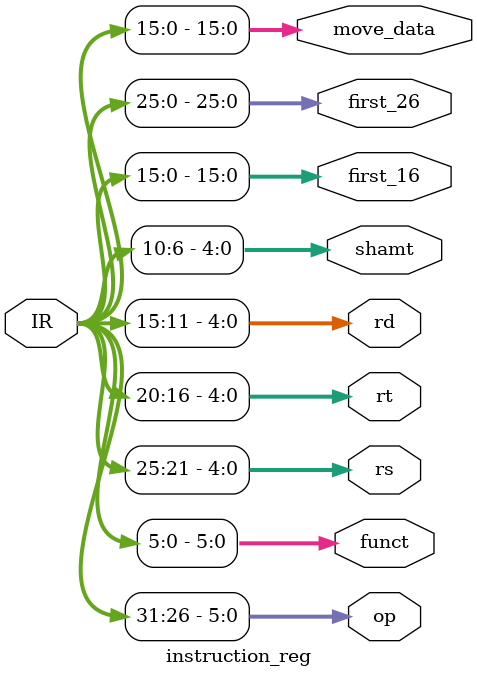
<source format=v>

module instruction_reg (IR, op , rs , rt , rd , first_16 ,first_26,shamt, funct ,move_data);

input [31:0] IR ; 
output reg [5:0]  op , funct ;     // 6 bits 
output reg [4:0]  rs , rt , rd , shamt ;   // 5 bits 
output reg [15:0]  first_16  ;     // 16 bits
output reg [25:0]  first_26 ;
output reg [15:0]  move_data;
 
always @ (IR) begin
   op <= IR[31:26];
   rs <= IR[25:21];
   rt <= IR[20:16];
   rd <= IR[15:11];
   first_16 <= IR[15:0];
   first_26 <= IR[25:0];
   funct <= IR[5:0];
   shamt <= IR[10:6];
   move_data<=IR[15:0]; //data of move instructions
   
end 

endmodule


</source>
